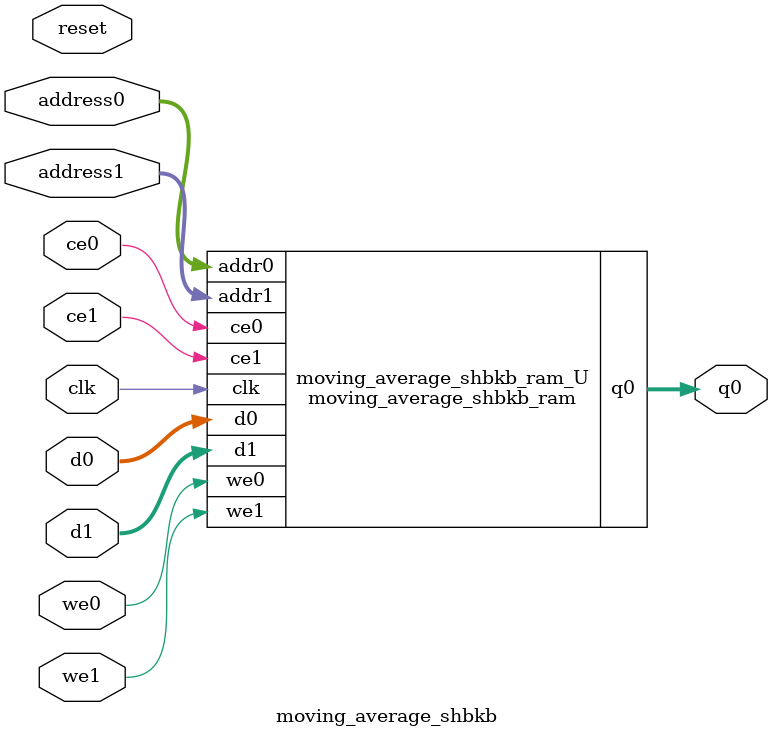
<source format=v>

`timescale 1 ns / 1 ps
module moving_average_shbkb_ram (addr0, ce0, d0, we0, q0, addr1, ce1, d1, we1,  clk);

parameter DWIDTH = 16;
parameter AWIDTH = 10;
parameter MEM_SIZE = 1024;

input[AWIDTH-1:0] addr0;
input ce0;
input[DWIDTH-1:0] d0;
input we0;
output reg[DWIDTH-1:0] q0;
input[AWIDTH-1:0] addr1;
input ce1;
input[DWIDTH-1:0] d1;
input we1;
input clk;

(* ram_style = "block" *)reg [DWIDTH-1:0] ram[0:MEM_SIZE-1];




always @(posedge clk)  
begin 
    if (ce0) 
    begin
        if (we0) 
        begin 
            ram[addr0] <= d0; 
            q0 <= d0;
        end 
        else 
            q0 <= ram[addr0];
    end
end


always @(posedge clk)  
begin 
    if (ce1) 
    begin
        if (we1) 
        begin 
            ram[addr1] <= d1; 
        end 
    end
end


endmodule


`timescale 1 ns / 1 ps
module moving_average_shbkb(
    reset,
    clk,
    address0,
    ce0,
    we0,
    d0,
    q0,
    address1,
    ce1,
    we1,
    d1);

parameter DataWidth = 32'd16;
parameter AddressRange = 32'd1024;
parameter AddressWidth = 32'd10;
input reset;
input clk;
input[AddressWidth - 1:0] address0;
input ce0;
input we0;
input[DataWidth - 1:0] d0;
output[DataWidth - 1:0] q0;
input[AddressWidth - 1:0] address1;
input ce1;
input we1;
input[DataWidth - 1:0] d1;



moving_average_shbkb_ram moving_average_shbkb_ram_U(
    .clk( clk ),
    .addr0( address0 ),
    .ce0( ce0 ),
    .we0( we0 ),
    .d0( d0 ),
    .q0( q0 ),
    .addr1( address1 ),
    .ce1( ce1 ),
    .we1( we1 ),
    .d1( d1 ));

endmodule


</source>
